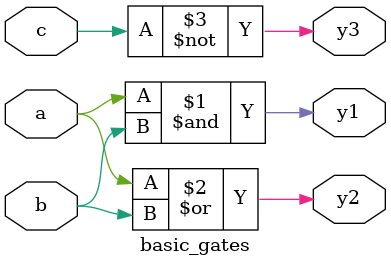
<source format=v>
`timescale 1ns / 1ps
module basic_gates(
    input a,
    input b,
    input c,
    output y1,
    output y2,
    output y3
    );

assign y1 = a & b;
assign y2 = a | b;
assign y3 = ~ c;

endmodule

</source>
